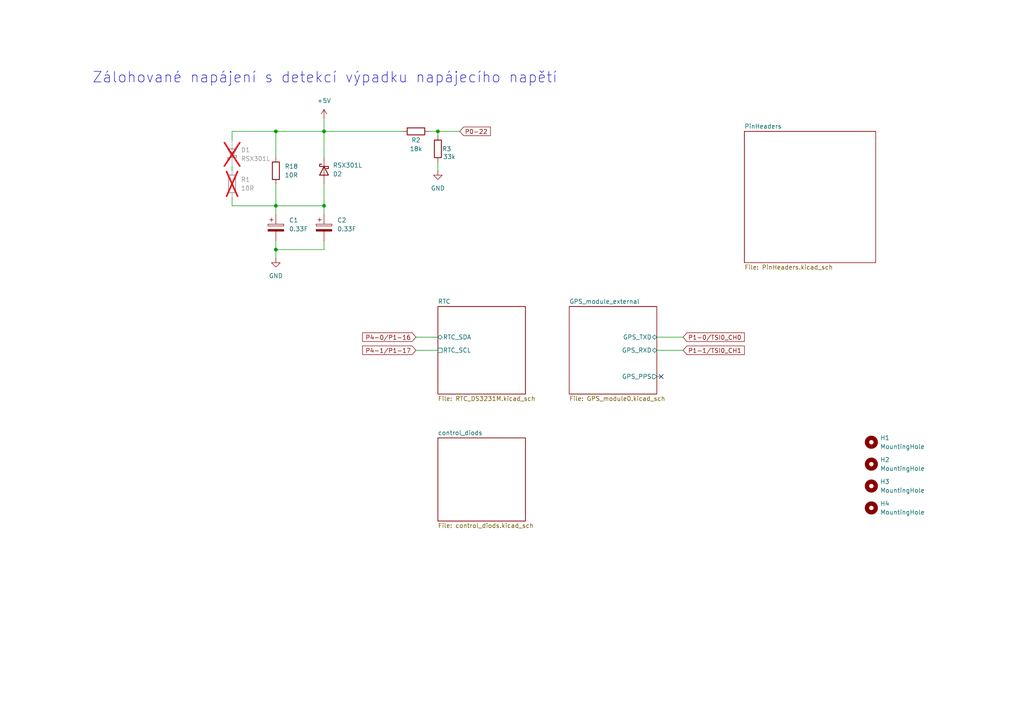
<source format=kicad_sch>
(kicad_sch
	(version 20231120)
	(generator "eeschema")
	(generator_version "8.0")
	(uuid "eb423e93-ba35-4986-b1f5-42479ae2bfa7")
	(paper "A4")
	(title_block
		(title "Data Logger Expansion Shield")
		(date "2025-02-26")
		(rev "1.2")
		(company "Tomáš Dolák")
		(comment 1 "Bakaláská práce: Digitální záznamová jednotka s prevencí ztráty dat při výpadku napájení")
		(comment 2 "Failure")
		(comment 3 "Digital Data Logger with Information Loss Prevention in Case of Power")
	)
	(lib_symbols
		(symbol "Device:R"
			(pin_numbers hide)
			(pin_names
				(offset 0)
			)
			(exclude_from_sim no)
			(in_bom yes)
			(on_board yes)
			(property "Reference" "R"
				(at 2.032 0 90)
				(effects
					(font
						(size 1.27 1.27)
					)
				)
			)
			(property "Value" "R"
				(at 0 0 90)
				(effects
					(font
						(size 1.27 1.27)
					)
				)
			)
			(property "Footprint" ""
				(at -1.778 0 90)
				(effects
					(font
						(size 1.27 1.27)
					)
					(hide yes)
				)
			)
			(property "Datasheet" "~"
				(at 0 0 0)
				(effects
					(font
						(size 1.27 1.27)
					)
					(hide yes)
				)
			)
			(property "Description" "Resistor"
				(at 0 0 0)
				(effects
					(font
						(size 1.27 1.27)
					)
					(hide yes)
				)
			)
			(property "ki_keywords" "R res resistor"
				(at 0 0 0)
				(effects
					(font
						(size 1.27 1.27)
					)
					(hide yes)
				)
			)
			(property "ki_fp_filters" "R_*"
				(at 0 0 0)
				(effects
					(font
						(size 1.27 1.27)
					)
					(hide yes)
				)
			)
			(symbol "R_0_1"
				(rectangle
					(start -1.016 -2.54)
					(end 1.016 2.54)
					(stroke
						(width 0.254)
						(type default)
					)
					(fill
						(type none)
					)
				)
			)
			(symbol "R_1_1"
				(pin passive line
					(at 0 3.81 270)
					(length 1.27)
					(name "~"
						(effects
							(font
								(size 1.27 1.27)
							)
						)
					)
					(number "1"
						(effects
							(font
								(size 1.27 1.27)
							)
						)
					)
				)
				(pin passive line
					(at 0 -3.81 90)
					(length 1.27)
					(name "~"
						(effects
							(font
								(size 1.27 1.27)
							)
						)
					)
					(number "2"
						(effects
							(font
								(size 1.27 1.27)
							)
						)
					)
				)
			)
		)
		(symbol "Diode:B120-E3"
			(pin_numbers hide)
			(pin_names hide)
			(exclude_from_sim no)
			(in_bom yes)
			(on_board yes)
			(property "Reference" "D"
				(at 0 2.54 0)
				(effects
					(font
						(size 1.27 1.27)
					)
				)
			)
			(property "Value" "B120-E3"
				(at 0 -2.54 0)
				(effects
					(font
						(size 1.27 1.27)
					)
				)
			)
			(property "Footprint" "Diode_SMD:D_SMA"
				(at 0 -4.445 0)
				(effects
					(font
						(size 1.27 1.27)
					)
					(hide yes)
				)
			)
			(property "Datasheet" "http://www.vishay.com/docs/88946/b120.pdf"
				(at 0 0 0)
				(effects
					(font
						(size 1.27 1.27)
					)
					(hide yes)
				)
			)
			(property "Description" "20V 1A Schottky Barrier Rectifier Diode, SMA(DO-214AC)"
				(at 0 0 0)
				(effects
					(font
						(size 1.27 1.27)
					)
					(hide yes)
				)
			)
			(property "ki_keywords" "diode Schottky"
				(at 0 0 0)
				(effects
					(font
						(size 1.27 1.27)
					)
					(hide yes)
				)
			)
			(property "ki_fp_filters" "D*SMA*"
				(at 0 0 0)
				(effects
					(font
						(size 1.27 1.27)
					)
					(hide yes)
				)
			)
			(symbol "B120-E3_0_1"
				(polyline
					(pts
						(xy 1.27 0) (xy -1.27 0)
					)
					(stroke
						(width 0)
						(type default)
					)
					(fill
						(type none)
					)
				)
				(polyline
					(pts
						(xy 1.27 1.27) (xy 1.27 -1.27) (xy -1.27 0) (xy 1.27 1.27)
					)
					(stroke
						(width 0.254)
						(type default)
					)
					(fill
						(type none)
					)
				)
				(polyline
					(pts
						(xy -1.905 0.635) (xy -1.905 1.27) (xy -1.27 1.27) (xy -1.27 -1.27) (xy -0.635 -1.27) (xy -0.635 -0.635)
					)
					(stroke
						(width 0.254)
						(type default)
					)
					(fill
						(type none)
					)
				)
			)
			(symbol "B120-E3_1_1"
				(pin passive line
					(at -3.81 0 0)
					(length 2.54)
					(name "K"
						(effects
							(font
								(size 1.27 1.27)
							)
						)
					)
					(number "1"
						(effects
							(font
								(size 1.27 1.27)
							)
						)
					)
				)
				(pin passive line
					(at 3.81 0 180)
					(length 2.54)
					(name "A"
						(effects
							(font
								(size 1.27 1.27)
							)
						)
					)
					(number "2"
						(effects
							(font
								(size 1.27 1.27)
							)
						)
					)
				)
			)
		)
		(symbol "Mechanical:MountingHole"
			(pin_names
				(offset 1.016)
			)
			(exclude_from_sim yes)
			(in_bom no)
			(on_board yes)
			(property "Reference" "H"
				(at 0 5.08 0)
				(effects
					(font
						(size 1.27 1.27)
					)
				)
			)
			(property "Value" "MountingHole"
				(at 0 3.175 0)
				(effects
					(font
						(size 1.27 1.27)
					)
				)
			)
			(property "Footprint" ""
				(at 0 0 0)
				(effects
					(font
						(size 1.27 1.27)
					)
					(hide yes)
				)
			)
			(property "Datasheet" "~"
				(at 0 0 0)
				(effects
					(font
						(size 1.27 1.27)
					)
					(hide yes)
				)
			)
			(property "Description" "Mounting Hole without connection"
				(at 0 0 0)
				(effects
					(font
						(size 1.27 1.27)
					)
					(hide yes)
				)
			)
			(property "ki_keywords" "mounting hole"
				(at 0 0 0)
				(effects
					(font
						(size 1.27 1.27)
					)
					(hide yes)
				)
			)
			(property "ki_fp_filters" "MountingHole*"
				(at 0 0 0)
				(effects
					(font
						(size 1.27 1.27)
					)
					(hide yes)
				)
			)
			(symbol "MountingHole_0_1"
				(circle
					(center 0 0)
					(radius 1.27)
					(stroke
						(width 1.27)
						(type default)
					)
					(fill
						(type none)
					)
				)
			)
		)
		(symbol "SuperCapacitors:SCMR14G334SRBB0"
			(pin_numbers hide)
			(pin_names
				(offset 0.254)
			)
			(exclude_from_sim no)
			(in_bom yes)
			(on_board yes)
			(property "Reference" "C"
				(at 0.635 2.54 0)
				(effects
					(font
						(size 1.27 1.27)
					)
					(justify left)
				)
			)
			(property "Value" "SCMR14G334SRBB0"
				(at 0.635 -2.54 0)
				(effects
					(font
						(size 1.27 1.27)
					)
					(justify left)
				)
			)
			(property "Footprint" "SuperCapacitors:C_Radial_D8mm_W24mm_L14mm_P13.5mm"
				(at 0.9652 -3.81 0)
				(effects
					(font
						(size 1.27 1.27)
					)
					(hide yes)
				)
			)
			(property "Datasheet" "https://cz.mouser.com/ProductDetail/581-SCMT32H755SRBB0"
				(at 0 0 0)
				(effects
					(font
						(size 1.27 1.27)
					)
					(hide yes)
				)
			)
			(property "Description" "Polarized SuperCapacitor"
				(at 0 0 0)
				(effects
					(font
						(size 1.27 1.27)
					)
					(hide yes)
				)
			)
			(property "ki_keywords" "SuperCapacitor capacitor super"
				(at 0 0 0)
				(effects
					(font
						(size 1.27 1.27)
					)
					(hide yes)
				)
			)
			(property "ki_fp_filters" "CP_*"
				(at 0 0 0)
				(effects
					(font
						(size 1.27 1.27)
					)
					(hide yes)
				)
			)
			(symbol "SCMR14G334SRBB0_0_1"
				(rectangle
					(start -2.286 0.508)
					(end 2.286 1.016)
					(stroke
						(width 0)
						(type default)
					)
					(fill
						(type none)
					)
				)
				(polyline
					(pts
						(xy -1.778 2.286) (xy -0.762 2.286)
					)
					(stroke
						(width 0)
						(type default)
					)
					(fill
						(type none)
					)
				)
				(polyline
					(pts
						(xy -1.27 2.794) (xy -1.27 1.778)
					)
					(stroke
						(width 0)
						(type default)
					)
					(fill
						(type none)
					)
				)
				(rectangle
					(start 2.286 -0.508)
					(end -2.286 -1.016)
					(stroke
						(width 0)
						(type default)
					)
					(fill
						(type outline)
					)
				)
			)
			(symbol "SCMR14G334SRBB0_1_1"
				(pin passive line
					(at 0 3.81 270)
					(length 2.794)
					(name "~"
						(effects
							(font
								(size 1.27 1.27)
							)
						)
					)
					(number "1"
						(effects
							(font
								(size 1.27 1.27)
							)
						)
					)
				)
				(pin passive line
					(at 0 -3.81 90)
					(length 2.794)
					(name "~"
						(effects
							(font
								(size 1.27 1.27)
							)
						)
					)
					(number "2"
						(effects
							(font
								(size 1.27 1.27)
							)
						)
					)
				)
			)
		)
		(symbol "power:+5V"
			(power)
			(pin_numbers hide)
			(pin_names
				(offset 0) hide)
			(exclude_from_sim no)
			(in_bom yes)
			(on_board yes)
			(property "Reference" "#PWR"
				(at 0 -3.81 0)
				(effects
					(font
						(size 1.27 1.27)
					)
					(hide yes)
				)
			)
			(property "Value" "+5V"
				(at 0 3.556 0)
				(effects
					(font
						(size 1.27 1.27)
					)
				)
			)
			(property "Footprint" ""
				(at 0 0 0)
				(effects
					(font
						(size 1.27 1.27)
					)
					(hide yes)
				)
			)
			(property "Datasheet" ""
				(at 0 0 0)
				(effects
					(font
						(size 1.27 1.27)
					)
					(hide yes)
				)
			)
			(property "Description" "Power symbol creates a global label with name \"+5V\""
				(at 0 0 0)
				(effects
					(font
						(size 1.27 1.27)
					)
					(hide yes)
				)
			)
			(property "ki_keywords" "global power"
				(at 0 0 0)
				(effects
					(font
						(size 1.27 1.27)
					)
					(hide yes)
				)
			)
			(symbol "+5V_0_1"
				(polyline
					(pts
						(xy -0.762 1.27) (xy 0 2.54)
					)
					(stroke
						(width 0)
						(type default)
					)
					(fill
						(type none)
					)
				)
				(polyline
					(pts
						(xy 0 0) (xy 0 2.54)
					)
					(stroke
						(width 0)
						(type default)
					)
					(fill
						(type none)
					)
				)
				(polyline
					(pts
						(xy 0 2.54) (xy 0.762 1.27)
					)
					(stroke
						(width 0)
						(type default)
					)
					(fill
						(type none)
					)
				)
			)
			(symbol "+5V_1_1"
				(pin power_in line
					(at 0 0 90)
					(length 0)
					(name "~"
						(effects
							(font
								(size 1.27 1.27)
							)
						)
					)
					(number "1"
						(effects
							(font
								(size 1.27 1.27)
							)
						)
					)
				)
			)
		)
		(symbol "power:GND"
			(power)
			(pin_numbers hide)
			(pin_names
				(offset 0) hide)
			(exclude_from_sim no)
			(in_bom yes)
			(on_board yes)
			(property "Reference" "#PWR"
				(at 0 -6.35 0)
				(effects
					(font
						(size 1.27 1.27)
					)
					(hide yes)
				)
			)
			(property "Value" "GND"
				(at 0 -3.81 0)
				(effects
					(font
						(size 1.27 1.27)
					)
				)
			)
			(property "Footprint" ""
				(at 0 0 0)
				(effects
					(font
						(size 1.27 1.27)
					)
					(hide yes)
				)
			)
			(property "Datasheet" ""
				(at 0 0 0)
				(effects
					(font
						(size 1.27 1.27)
					)
					(hide yes)
				)
			)
			(property "Description" "Power symbol creates a global label with name \"GND\" , ground"
				(at 0 0 0)
				(effects
					(font
						(size 1.27 1.27)
					)
					(hide yes)
				)
			)
			(property "ki_keywords" "global power"
				(at 0 0 0)
				(effects
					(font
						(size 1.27 1.27)
					)
					(hide yes)
				)
			)
			(symbol "GND_0_1"
				(polyline
					(pts
						(xy 0 0) (xy 0 -1.27) (xy 1.27 -1.27) (xy 0 -2.54) (xy -1.27 -1.27) (xy 0 -1.27)
					)
					(stroke
						(width 0)
						(type default)
					)
					(fill
						(type none)
					)
				)
			)
			(symbol "GND_1_1"
				(pin power_in line
					(at 0 0 270)
					(length 0)
					(name "~"
						(effects
							(font
								(size 1.27 1.27)
							)
						)
					)
					(number "1"
						(effects
							(font
								(size 1.27 1.27)
							)
						)
					)
				)
			)
		)
	)
	(junction
		(at 80.01 72.39)
		(diameter 0)
		(color 0 0 0 0)
		(uuid "277be626-4bb7-4b10-9fba-55b651288262")
	)
	(junction
		(at 93.98 38.1)
		(diameter 0)
		(color 0 0 0 0)
		(uuid "818678f9-7c4c-4bd0-8f63-e1f409c4102a")
	)
	(junction
		(at 93.98 59.69)
		(diameter 0)
		(color 0 0 0 0)
		(uuid "b2e0459c-863e-4e32-bac7-4506a89e9435")
	)
	(junction
		(at 80.01 59.69)
		(diameter 0)
		(color 0 0 0 0)
		(uuid "bcc8b780-361d-4591-9a6d-121ffa0824f2")
	)
	(junction
		(at 80.01 38.1)
		(diameter 0)
		(color 0 0 0 0)
		(uuid "caf8365f-e30b-4d04-96c3-2bf361196ff8")
	)
	(junction
		(at 127 38.1)
		(diameter 0)
		(color 0 0 0 0)
		(uuid "e50506c3-9b1a-409f-aacd-d5aaf83e1ff6")
	)
	(no_connect
		(at 191.77 109.22)
		(uuid "4f457607-720c-4587-853c-e65f662498b5")
	)
	(wire
		(pts
			(xy 80.01 72.39) (xy 80.01 74.93)
		)
		(stroke
			(width 0)
			(type default)
		)
		(uuid "02ea84ba-7d81-4edd-87ab-343bf2dc2969")
	)
	(wire
		(pts
			(xy 127 46.99) (xy 127 49.53)
		)
		(stroke
			(width 0)
			(type default)
		)
		(uuid "18c7ccf8-0400-4fbd-b654-0dc71bd471eb")
	)
	(wire
		(pts
			(xy 127 38.1) (xy 133.35 38.1)
		)
		(stroke
			(width 0)
			(type default)
		)
		(uuid "1ffea8c0-acdd-4e46-959d-59ca6778b90d")
	)
	(wire
		(pts
			(xy 190.5 109.22) (xy 191.77 109.22)
		)
		(stroke
			(width 0)
			(type default)
		)
		(uuid "2208a395-42b3-45ef-8cc2-3ce82134b97d")
	)
	(wire
		(pts
			(xy 80.01 53.34) (xy 80.01 59.69)
		)
		(stroke
			(width 0)
			(type default)
		)
		(uuid "22f834a7-9624-4028-92da-2a7a37b55b5b")
	)
	(wire
		(pts
			(xy 80.01 72.39) (xy 80.01 69.85)
		)
		(stroke
			(width 0)
			(type default)
		)
		(uuid "258f60d8-3a6d-442a-968b-630de85cff44")
	)
	(wire
		(pts
			(xy 93.98 62.23) (xy 93.98 59.69)
		)
		(stroke
			(width 0)
			(type default)
		)
		(uuid "2679feca-1746-4113-b5c6-ce6733cd69fa")
	)
	(wire
		(pts
			(xy 67.31 38.1) (xy 80.01 38.1)
		)
		(stroke
			(width 0)
			(type default)
		)
		(uuid "328abec2-a9c0-45ac-ae1d-d77a51e010d4")
	)
	(wire
		(pts
			(xy 127 38.1) (xy 127 39.37)
		)
		(stroke
			(width 0)
			(type default)
		)
		(uuid "434a3a4d-d1d6-48bd-9055-550d521c0a2c")
	)
	(wire
		(pts
			(xy 93.98 38.1) (xy 93.98 45.72)
		)
		(stroke
			(width 0)
			(type default)
		)
		(uuid "4a2adf80-43e0-4579-8128-a4532bb7a1a4")
	)
	(wire
		(pts
			(xy 93.98 34.29) (xy 93.98 38.1)
		)
		(stroke
			(width 0)
			(type default)
		)
		(uuid "5848a6e8-2f8c-4b33-b66e-c9bd484d96e0")
	)
	(wire
		(pts
			(xy 67.31 40.64) (xy 67.31 38.1)
		)
		(stroke
			(width 0)
			(type default)
		)
		(uuid "628924b1-78ea-4db8-b0bf-af75a60ab2f8")
	)
	(wire
		(pts
			(xy 80.01 62.23) (xy 80.01 59.69)
		)
		(stroke
			(width 0)
			(type default)
		)
		(uuid "781b4719-2959-4104-a844-054e3c2d8fb5")
	)
	(wire
		(pts
			(xy 80.01 38.1) (xy 93.98 38.1)
		)
		(stroke
			(width 0)
			(type default)
		)
		(uuid "795b1652-583e-4146-946e-61ac8ab2b2a5")
	)
	(wire
		(pts
			(xy 190.5 101.6) (xy 198.12 101.6)
		)
		(stroke
			(width 0)
			(type default)
		)
		(uuid "7a55b4c7-6b7b-4c05-ab88-ed4ab7f1e4e1")
	)
	(wire
		(pts
			(xy 80.01 45.72) (xy 80.01 38.1)
		)
		(stroke
			(width 0)
			(type default)
		)
		(uuid "8e484e5e-a681-4650-a1a1-f479a982f451")
	)
	(wire
		(pts
			(xy 190.5 97.79) (xy 198.12 97.79)
		)
		(stroke
			(width 0)
			(type default)
		)
		(uuid "8e9ed283-ebb5-48a3-bf12-51d54e01f74e")
	)
	(wire
		(pts
			(xy 120.65 101.6) (xy 127 101.6)
		)
		(stroke
			(width 0)
			(type default)
		)
		(uuid "99463350-e241-4dfd-8950-67e9dd78a8ec")
	)
	(wire
		(pts
			(xy 67.31 59.69) (xy 67.31 57.15)
		)
		(stroke
			(width 0)
			(type default)
		)
		(uuid "abe3272b-8ef7-46a9-8bb3-28844570f950")
	)
	(wire
		(pts
			(xy 93.98 72.39) (xy 93.98 69.85)
		)
		(stroke
			(width 0)
			(type default)
		)
		(uuid "b9869da9-c700-4eda-bbbe-43df53f78e00")
	)
	(wire
		(pts
			(xy 93.98 59.69) (xy 80.01 59.69)
		)
		(stroke
			(width 0)
			(type default)
		)
		(uuid "c3b13d46-904a-4ac9-940f-6a0ea31a5e93")
	)
	(wire
		(pts
			(xy 67.31 48.26) (xy 67.31 49.53)
		)
		(stroke
			(width 0)
			(type default)
		)
		(uuid "cba04bf9-0f77-458c-90c9-0646807937dd")
	)
	(wire
		(pts
			(xy 80.01 72.39) (xy 93.98 72.39)
		)
		(stroke
			(width 0)
			(type default)
		)
		(uuid "d5c6f479-7cf9-467e-a2d2-30414b961c21")
	)
	(wire
		(pts
			(xy 93.98 38.1) (xy 116.84 38.1)
		)
		(stroke
			(width 0)
			(type default)
		)
		(uuid "e2df7d72-d06c-4a2e-85a7-ca58fd4047c6")
	)
	(wire
		(pts
			(xy 124.46 38.1) (xy 127 38.1)
		)
		(stroke
			(width 0)
			(type default)
		)
		(uuid "e9dac8c2-f61e-4d72-aa94-25523e9bd06c")
	)
	(wire
		(pts
			(xy 67.31 59.69) (xy 80.01 59.69)
		)
		(stroke
			(width 0)
			(type default)
		)
		(uuid "f4eff3e7-4345-4d8c-ac2f-4ea8b4b27f39")
	)
	(wire
		(pts
			(xy 120.65 97.79) (xy 127 97.79)
		)
		(stroke
			(width 0)
			(type default)
		)
		(uuid "f98bffc4-90fe-47a3-919c-a7d685277edd")
	)
	(wire
		(pts
			(xy 93.98 53.34) (xy 93.98 59.69)
		)
		(stroke
			(width 0)
			(type default)
		)
		(uuid "fa54d579-747d-4376-8828-9985dd6eead9")
	)
	(text "Zálohované napájení s detekcí výpadku napájecího napětí"
		(exclude_from_sim no)
		(at 94.234 22.606 0)
		(effects
			(font
				(size 3.048 3.048)
			)
		)
		(uuid "13fff686-2cde-4f8f-9f24-8d0aa95dcc56")
	)
	(global_label "P1-0{slash}TSI0_CH0"
		(shape input)
		(at 198.12 97.79 0)
		(fields_autoplaced yes)
		(effects
			(font
				(size 1.27 1.27)
			)
			(justify left)
		)
		(uuid "320a3d8b-48d2-44a8-8875-d92a4d2df1a2")
		(property "Intersheetrefs" "${INTERSHEET_REFS}"
			(at 216.4661 97.79 0)
			(effects
				(font
					(size 1.27 1.27)
				)
				(justify left)
				(hide yes)
			)
		)
	)
	(global_label "P0-22"
		(shape input)
		(at 133.35 38.1 0)
		(fields_autoplaced yes)
		(effects
			(font
				(size 1.27 1.27)
			)
			(justify left)
		)
		(uuid "75288c3e-ed88-456d-a7d6-7fe9fd413b54")
		(property "Intersheetrefs" "${INTERSHEET_REFS}"
			(at 142.8061 38.1 0)
			(effects
				(font
					(size 1.27 1.27)
				)
				(justify left)
				(hide yes)
			)
		)
	)
	(global_label "P4-1{slash}P1-17"
		(shape input)
		(at 120.65 101.6 180)
		(fields_autoplaced yes)
		(effects
			(font
				(size 1.27 1.27)
			)
			(justify right)
		)
		(uuid "8483da0c-28a6-4edb-b8c5-1524fe4ae67d")
		(property "Intersheetrefs" "${INTERSHEET_REFS}"
			(at 99.2197 101.6 0)
			(effects
				(font
					(size 1.27 1.27)
				)
				(justify right)
				(hide yes)
			)
		)
	)
	(global_label "P4-0{slash}P1-16"
		(shape input)
		(at 120.65 97.79 180)
		(fields_autoplaced yes)
		(effects
			(font
				(size 1.27 1.27)
			)
			(justify right)
		)
		(uuid "892f500e-4dec-4c46-9176-46fe5bcac6de")
		(property "Intersheetrefs" "${INTERSHEET_REFS}"
			(at 99.2197 97.79 0)
			(effects
				(font
					(size 1.27 1.27)
				)
				(justify right)
				(hide yes)
			)
		)
	)
	(global_label "P1-1{slash}TSI0_CH1"
		(shape input)
		(at 198.12 101.6 0)
		(fields_autoplaced yes)
		(effects
			(font
				(size 1.27 1.27)
			)
			(justify left)
		)
		(uuid "f03e1c25-690f-446d-b610-a97353465e75")
		(property "Intersheetrefs" "${INTERSHEET_REFS}"
			(at 216.4661 101.6 0)
			(effects
				(font
					(size 1.27 1.27)
				)
				(justify left)
				(hide yes)
			)
		)
	)
	(symbol
		(lib_id "Device:R")
		(at 67.31 53.34 0)
		(unit 1)
		(exclude_from_sim no)
		(in_bom yes)
		(on_board yes)
		(dnp yes)
		(uuid "1a0be37e-cdb6-4736-bec0-a079e618d97e")
		(property "Reference" "R1"
			(at 69.85 52.0699 0)
			(effects
				(font
					(size 1.27 1.27)
				)
				(justify left)
			)
		)
		(property "Value" "10R"
			(at 69.85 54.6099 0)
			(effects
				(font
					(size 1.27 1.27)
				)
				(justify left)
			)
		)
		(property "Footprint" "Resistor_THT:R_Axial_DIN0204_L3.6mm_D1.6mm_P5.08mm_Horizontal"
			(at 65.532 53.34 90)
			(effects
				(font
					(size 1.27 1.27)
				)
				(hide yes)
			)
		)
		(property "Datasheet" "~"
			(at 67.31 53.34 0)
			(effects
				(font
					(size 1.27 1.27)
				)
				(hide yes)
			)
		)
		(property "Description" "Resistor"
			(at 67.31 53.34 0)
			(effects
				(font
					(size 1.27 1.27)
				)
				(hide yes)
			)
		)
		(pin "2"
			(uuid "442b84b3-adc3-49a6-801c-b226b828f8ce")
		)
		(pin "1"
			(uuid "24dbed6d-5086-4afe-860d-010f23a2a23a")
		)
		(instances
			(project "usb_c_extension_shield"
				(path "/eb423e93-ba35-4986-b1f5-42479ae2bfa7"
					(reference "R1")
					(unit 1)
				)
			)
		)
	)
	(symbol
		(lib_id "Device:R")
		(at 127 43.18 180)
		(unit 1)
		(exclude_from_sim no)
		(in_bom yes)
		(on_board yes)
		(dnp no)
		(uuid "2f593e4d-4a75-46a2-bf8a-bcd99a448441")
		(property "Reference" "R3"
			(at 129.54 43.18 0)
			(effects
				(font
					(size 1.27 1.27)
				)
			)
		)
		(property "Value" "33k"
			(at 130.302 45.466 0)
			(effects
				(font
					(size 1.27 1.27)
				)
			)
		)
		(property "Footprint" "Resistor_SMD:R_1206_3216Metric_Pad1.30x1.75mm_HandSolder"
			(at 128.778 43.18 90)
			(effects
				(font
					(size 1.27 1.27)
				)
				(hide yes)
			)
		)
		(property "Datasheet" "~"
			(at 127 43.18 0)
			(effects
				(font
					(size 1.27 1.27)
				)
				(hide yes)
			)
		)
		(property "Description" "Resistor"
			(at 127 43.18 0)
			(effects
				(font
					(size 1.27 1.27)
				)
				(hide yes)
			)
		)
		(pin "2"
			(uuid "21f9cd2b-7165-4a3c-b296-53e6853ef523")
		)
		(pin "1"
			(uuid "fd7a43e9-4647-4dcf-97a8-9f99c466145c")
		)
		(instances
			(project "usb_c_extension_shield"
				(path "/eb423e93-ba35-4986-b1f5-42479ae2bfa7"
					(reference "R3")
					(unit 1)
				)
			)
		)
	)
	(symbol
		(lib_id "Mechanical:MountingHole")
		(at 252.73 147.32 0)
		(unit 1)
		(exclude_from_sim yes)
		(in_bom no)
		(on_board yes)
		(dnp no)
		(fields_autoplaced yes)
		(uuid "3b59de42-731e-4799-9296-5572d63c63c3")
		(property "Reference" "H4"
			(at 255.27 146.0499 0)
			(effects
				(font
					(size 1.27 1.27)
				)
				(justify left)
			)
		)
		(property "Value" "MountingHole"
			(at 255.27 148.5899 0)
			(effects
				(font
					(size 1.27 1.27)
				)
				(justify left)
			)
		)
		(property "Footprint" "MountingHole:MountingHole_3.2mm_M3"
			(at 252.73 147.32 0)
			(effects
				(font
					(size 1.27 1.27)
				)
				(hide yes)
			)
		)
		(property "Datasheet" "~"
			(at 252.73 147.32 0)
			(effects
				(font
					(size 1.27 1.27)
				)
				(hide yes)
			)
		)
		(property "Description" "Mounting Hole without connection"
			(at 252.73 147.32 0)
			(effects
				(font
					(size 1.27 1.27)
				)
				(hide yes)
			)
		)
		(instances
			(project "extension_shield"
				(path "/eb423e93-ba35-4986-b1f5-42479ae2bfa7"
					(reference "H4")
					(unit 1)
				)
			)
		)
	)
	(symbol
		(lib_id "Diode:B120-E3")
		(at 67.31 44.45 90)
		(unit 1)
		(exclude_from_sim no)
		(in_bom yes)
		(on_board yes)
		(dnp yes)
		(uuid "3bfefaeb-2e64-4367-82e5-31395f2d43c2")
		(property "Reference" "D1"
			(at 69.85 43.4974 90)
			(effects
				(font
					(size 1.27 1.27)
				)
				(justify right)
			)
		)
		(property "Value" "RSX301L"
			(at 69.85 46.0374 90)
			(effects
				(font
					(size 1.27 1.27)
				)
				(justify right)
			)
		)
		(property "Footprint" "Diode_SMD:D_SMA"
			(at 71.755 44.45 0)
			(effects
				(font
					(size 1.27 1.27)
				)
				(hide yes)
			)
		)
		(property "Datasheet" "https://fscdn.rohm.com/en/products/databook/datasheet/discrete/diode/schottky_barrier/rsx301l-30ddte25-e.pdf"
			(at 67.31 44.45 0)
			(effects
				(font
					(size 1.27 1.27)
				)
				(hide yes)
			)
		)
		(property "Description" "Schottky Diodes & Rectifiers 30V 3A, Single, DO-214AC, Highly Efficient SBD for Automotive"
			(at 67.31 44.45 0)
			(effects
				(font
					(size 1.27 1.27)
				)
				(hide yes)
			)
		)
		(pin "1"
			(uuid "14352d54-47aa-4121-bb39-045cafe309fd")
		)
		(pin "2"
			(uuid "1293421a-912f-40d2-aaa3-524a3617bb06")
		)
		(instances
			(project "usb_c_extension_shield"
				(path "/eb423e93-ba35-4986-b1f5-42479ae2bfa7"
					(reference "D1")
					(unit 1)
				)
			)
		)
	)
	(symbol
		(lib_id "power:GND")
		(at 127 49.53 0)
		(unit 1)
		(exclude_from_sim no)
		(in_bom yes)
		(on_board yes)
		(dnp no)
		(fields_autoplaced yes)
		(uuid "4dc7b3ff-87b0-42a3-9ddb-e59c36e44673")
		(property "Reference" "#PWR013"
			(at 127 55.88 0)
			(effects
				(font
					(size 1.27 1.27)
				)
				(hide yes)
			)
		)
		(property "Value" "GND"
			(at 127 54.61 0)
			(effects
				(font
					(size 1.27 1.27)
				)
			)
		)
		(property "Footprint" ""
			(at 127 49.53 0)
			(effects
				(font
					(size 1.27 1.27)
				)
				(hide yes)
			)
		)
		(property "Datasheet" ""
			(at 127 49.53 0)
			(effects
				(font
					(size 1.27 1.27)
				)
				(hide yes)
			)
		)
		(property "Description" "Power symbol creates a global label with name \"GND\" , ground"
			(at 127 49.53 0)
			(effects
				(font
					(size 1.27 1.27)
				)
				(hide yes)
			)
		)
		(pin "1"
			(uuid "603b77b4-6855-4318-aefb-5a65f08502ff")
		)
		(instances
			(project "usb_c_extension_shield"
				(path "/eb423e93-ba35-4986-b1f5-42479ae2bfa7"
					(reference "#PWR013")
					(unit 1)
				)
			)
		)
	)
	(symbol
		(lib_id "SuperCapacitors:SCMR14G334SRBB0")
		(at 80.01 66.04 0)
		(unit 1)
		(exclude_from_sim no)
		(in_bom yes)
		(on_board yes)
		(dnp no)
		(fields_autoplaced yes)
		(uuid "96c943fc-72dc-4f8c-a8fd-c46033c248e9")
		(property "Reference" "C1"
			(at 83.82 63.8809 0)
			(effects
				(font
					(size 1.27 1.27)
				)
				(justify left)
			)
		)
		(property "Value" "0.33F"
			(at 83.82 66.4209 0)
			(effects
				(font
					(size 1.27 1.27)
				)
				(justify left)
			)
		)
		(property "Footprint" "SuperCapacitors:C_Radial_D8mm_W24mm_L14mm_P13.5mm"
			(at 80.9752 69.85 0)
			(effects
				(font
					(size 1.27 1.27)
				)
				(hide yes)
			)
		)
		(property "Datasheet" "https://cz.mouser.com/ProductDetail/581-SCMT32H755SRBB0"
			(at 80.01 66.04 0)
			(effects
				(font
					(size 1.27 1.27)
				)
				(hide yes)
			)
		)
		(property "Description" "Polarized SuperCapacitor"
			(at 80.01 66.04 0)
			(effects
				(font
					(size 1.27 1.27)
				)
				(hide yes)
			)
		)
		(pin "1"
			(uuid "e7991abf-41ee-4836-9e40-aca56cd5ec22")
		)
		(pin "2"
			(uuid "716cfb96-a4da-4838-8698-031794371f75")
		)
		(instances
			(project "extension_shield"
				(path "/eb423e93-ba35-4986-b1f5-42479ae2bfa7"
					(reference "C1")
					(unit 1)
				)
			)
		)
	)
	(symbol
		(lib_id "power:+5V")
		(at 93.98 34.29 0)
		(unit 1)
		(exclude_from_sim no)
		(in_bom yes)
		(on_board yes)
		(dnp no)
		(fields_autoplaced yes)
		(uuid "a11c540a-7404-4373-beaf-055236c08db1")
		(property "Reference" "#PWR039"
			(at 93.98 38.1 0)
			(effects
				(font
					(size 1.27 1.27)
				)
				(hide yes)
			)
		)
		(property "Value" "+5V"
			(at 93.98 29.21 0)
			(effects
				(font
					(size 1.27 1.27)
				)
			)
		)
		(property "Footprint" ""
			(at 93.98 34.29 0)
			(effects
				(font
					(size 1.27 1.27)
				)
				(hide yes)
			)
		)
		(property "Datasheet" ""
			(at 93.98 34.29 0)
			(effects
				(font
					(size 1.27 1.27)
				)
				(hide yes)
			)
		)
		(property "Description" "Power symbol creates a global label with name \"+5V\""
			(at 93.98 34.29 0)
			(effects
				(font
					(size 1.27 1.27)
				)
				(hide yes)
			)
		)
		(pin "1"
			(uuid "37abc439-60ec-4ac7-a247-863d89d3c12e")
		)
		(instances
			(project "extension_shield"
				(path "/eb423e93-ba35-4986-b1f5-42479ae2bfa7"
					(reference "#PWR039")
					(unit 1)
				)
			)
		)
	)
	(symbol
		(lib_id "Diode:B120-E3")
		(at 93.98 49.53 90)
		(mirror x)
		(unit 1)
		(exclude_from_sim no)
		(in_bom yes)
		(on_board yes)
		(dnp no)
		(uuid "bdfd0820-9294-423e-95eb-71cd362c4b1d")
		(property "Reference" "D2"
			(at 96.52 50.4826 90)
			(effects
				(font
					(size 1.27 1.27)
				)
				(justify right)
			)
		)
		(property "Value" "RSX301L"
			(at 96.52 47.9426 90)
			(effects
				(font
					(size 1.27 1.27)
				)
				(justify right)
			)
		)
		(property "Footprint" "Diode_SMD:D_SMA"
			(at 98.425 49.53 0)
			(effects
				(font
					(size 1.27 1.27)
				)
				(hide yes)
			)
		)
		(property "Datasheet" "https://fscdn.rohm.com/en/products/databook/datasheet/discrete/diode/schottky_barrier/rsx301l-30ddte25-e.pdf"
			(at 93.98 49.53 0)
			(effects
				(font
					(size 1.27 1.27)
				)
				(hide yes)
			)
		)
		(property "Description" "Schottky Diodes & Rectifiers 30V 3A, Single, DO-214AC, Highly Efficient SBD for Automotive"
			(at 93.98 49.53 0)
			(effects
				(font
					(size 1.27 1.27)
				)
				(hide yes)
			)
		)
		(pin "1"
			(uuid "12c874af-f195-491a-8ac3-a2b2016bc3e6")
		)
		(pin "2"
			(uuid "7587903e-67f3-4622-9df1-810d7bd96095")
		)
		(instances
			(project "usb_c_extension_shield"
				(path "/eb423e93-ba35-4986-b1f5-42479ae2bfa7"
					(reference "D2")
					(unit 1)
				)
			)
		)
	)
	(symbol
		(lib_id "Mechanical:MountingHole")
		(at 252.73 140.97 0)
		(unit 1)
		(exclude_from_sim yes)
		(in_bom no)
		(on_board yes)
		(dnp no)
		(fields_autoplaced yes)
		(uuid "ce7a7302-7569-42b1-b41e-32e74d92c09f")
		(property "Reference" "H3"
			(at 255.27 139.6999 0)
			(effects
				(font
					(size 1.27 1.27)
				)
				(justify left)
			)
		)
		(property "Value" "MountingHole"
			(at 255.27 142.2399 0)
			(effects
				(font
					(size 1.27 1.27)
				)
				(justify left)
			)
		)
		(property "Footprint" "MountingHole:MountingHole_3.2mm_M3"
			(at 252.73 140.97 0)
			(effects
				(font
					(size 1.27 1.27)
				)
				(hide yes)
			)
		)
		(property "Datasheet" "~"
			(at 252.73 140.97 0)
			(effects
				(font
					(size 1.27 1.27)
				)
				(hide yes)
			)
		)
		(property "Description" "Mounting Hole without connection"
			(at 252.73 140.97 0)
			(effects
				(font
					(size 1.27 1.27)
				)
				(hide yes)
			)
		)
		(instances
			(project "extension_shield"
				(path "/eb423e93-ba35-4986-b1f5-42479ae2bfa7"
					(reference "H3")
					(unit 1)
				)
			)
		)
	)
	(symbol
		(lib_id "SuperCapacitors:SCMR14G334SRBB0")
		(at 93.98 66.04 0)
		(unit 1)
		(exclude_from_sim no)
		(in_bom yes)
		(on_board yes)
		(dnp no)
		(fields_autoplaced yes)
		(uuid "d08605e2-27da-4a07-8de6-09501bc9e1d3")
		(property "Reference" "C2"
			(at 97.79 63.8809 0)
			(effects
				(font
					(size 1.27 1.27)
				)
				(justify left)
			)
		)
		(property "Value" "0.33F"
			(at 97.79 66.4209 0)
			(effects
				(font
					(size 1.27 1.27)
				)
				(justify left)
			)
		)
		(property "Footprint" "SuperCapacitors:C_Radial_D8mm_W24mm_L14mm_P13.5mm"
			(at 94.9452 69.85 0)
			(effects
				(font
					(size 1.27 1.27)
				)
				(hide yes)
			)
		)
		(property "Datasheet" "https://cz.mouser.com/ProductDetail/581-SCMT32H755SRBB0"
			(at 93.98 66.04 0)
			(effects
				(font
					(size 1.27 1.27)
				)
				(hide yes)
			)
		)
		(property "Description" "Polarized SuperCapacitor"
			(at 93.98 66.04 0)
			(effects
				(font
					(size 1.27 1.27)
				)
				(hide yes)
			)
		)
		(pin "1"
			(uuid "79c80a86-950c-4d15-8eb6-9691c7f3651d")
		)
		(pin "2"
			(uuid "3e37c371-a2bf-47c9-8139-3c1fd1e49f79")
		)
		(instances
			(project "extension_shield"
				(path "/eb423e93-ba35-4986-b1f5-42479ae2bfa7"
					(reference "C2")
					(unit 1)
				)
			)
		)
	)
	(symbol
		(lib_id "Mechanical:MountingHole")
		(at 252.73 128.27 0)
		(unit 1)
		(exclude_from_sim yes)
		(in_bom no)
		(on_board yes)
		(dnp no)
		(fields_autoplaced yes)
		(uuid "da022d30-0722-45de-8e1a-63a0dc4c7d80")
		(property "Reference" "H1"
			(at 255.27 126.9999 0)
			(effects
				(font
					(size 1.27 1.27)
				)
				(justify left)
			)
		)
		(property "Value" "MountingHole"
			(at 255.27 129.5399 0)
			(effects
				(font
					(size 1.27 1.27)
				)
				(justify left)
			)
		)
		(property "Footprint" "MountingHole:MountingHole_3.2mm_M3"
			(at 252.73 128.27 0)
			(effects
				(font
					(size 1.27 1.27)
				)
				(hide yes)
			)
		)
		(property "Datasheet" "~"
			(at 252.73 128.27 0)
			(effects
				(font
					(size 1.27 1.27)
				)
				(hide yes)
			)
		)
		(property "Description" "Mounting Hole without connection"
			(at 252.73 128.27 0)
			(effects
				(font
					(size 1.27 1.27)
				)
				(hide yes)
			)
		)
		(instances
			(project ""
				(path "/eb423e93-ba35-4986-b1f5-42479ae2bfa7"
					(reference "H1")
					(unit 1)
				)
			)
		)
	)
	(symbol
		(lib_id "power:GND")
		(at 80.01 74.93 0)
		(unit 1)
		(exclude_from_sim no)
		(in_bom yes)
		(on_board yes)
		(dnp no)
		(fields_autoplaced yes)
		(uuid "dc9d0c21-1a42-4734-9b3b-4a55f45b562f")
		(property "Reference" "#PWR01"
			(at 80.01 81.28 0)
			(effects
				(font
					(size 1.27 1.27)
				)
				(hide yes)
			)
		)
		(property "Value" "GND"
			(at 80.01 80.01 0)
			(effects
				(font
					(size 1.27 1.27)
				)
			)
		)
		(property "Footprint" ""
			(at 80.01 74.93 0)
			(effects
				(font
					(size 1.27 1.27)
				)
				(hide yes)
			)
		)
		(property "Datasheet" ""
			(at 80.01 74.93 0)
			(effects
				(font
					(size 1.27 1.27)
				)
				(hide yes)
			)
		)
		(property "Description" "Power symbol creates a global label with name \"GND\" , ground"
			(at 80.01 74.93 0)
			(effects
				(font
					(size 1.27 1.27)
				)
				(hide yes)
			)
		)
		(pin "1"
			(uuid "114a997a-ebc8-4a47-b388-9f2850a23c61")
		)
		(instances
			(project "usb_c_extension_shield"
				(path "/eb423e93-ba35-4986-b1f5-42479ae2bfa7"
					(reference "#PWR01")
					(unit 1)
				)
			)
		)
	)
	(symbol
		(lib_id "Mechanical:MountingHole")
		(at 252.73 134.62 0)
		(unit 1)
		(exclude_from_sim yes)
		(in_bom no)
		(on_board yes)
		(dnp no)
		(fields_autoplaced yes)
		(uuid "df317057-0581-4585-a29d-24c3589d2c0e")
		(property "Reference" "H2"
			(at 255.27 133.3499 0)
			(effects
				(font
					(size 1.27 1.27)
				)
				(justify left)
			)
		)
		(property "Value" "MountingHole"
			(at 255.27 135.8899 0)
			(effects
				(font
					(size 1.27 1.27)
				)
				(justify left)
			)
		)
		(property "Footprint" "MountingHole:MountingHole_3.2mm_M3"
			(at 252.73 134.62 0)
			(effects
				(font
					(size 1.27 1.27)
				)
				(hide yes)
			)
		)
		(property "Datasheet" "~"
			(at 252.73 134.62 0)
			(effects
				(font
					(size 1.27 1.27)
				)
				(hide yes)
			)
		)
		(property "Description" "Mounting Hole without connection"
			(at 252.73 134.62 0)
			(effects
				(font
					(size 1.27 1.27)
				)
				(hide yes)
			)
		)
		(instances
			(project "extension_shield"
				(path "/eb423e93-ba35-4986-b1f5-42479ae2bfa7"
					(reference "H2")
					(unit 1)
				)
			)
		)
	)
	(symbol
		(lib_id "Device:R")
		(at 120.65 38.1 90)
		(unit 1)
		(exclude_from_sim no)
		(in_bom yes)
		(on_board yes)
		(dnp no)
		(uuid "e60ed6b5-9658-4400-9532-fcc6e494de67")
		(property "Reference" "R2"
			(at 120.65 40.64 90)
			(effects
				(font
					(size 1.27 1.27)
				)
			)
		)
		(property "Value" "18k"
			(at 120.65 43.18 90)
			(effects
				(font
					(size 1.27 1.27)
				)
			)
		)
		(property "Footprint" "Resistor_SMD:R_1206_3216Metric_Pad1.30x1.75mm_HandSolder"
			(at 120.65 39.878 90)
			(effects
				(font
					(size 1.27 1.27)
				)
				(hide yes)
			)
		)
		(property "Datasheet" "~"
			(at 120.65 38.1 0)
			(effects
				(font
					(size 1.27 1.27)
				)
				(hide yes)
			)
		)
		(property "Description" "Resistor"
			(at 120.65 38.1 0)
			(effects
				(font
					(size 1.27 1.27)
				)
				(hide yes)
			)
		)
		(pin "2"
			(uuid "2693b471-cbc9-4c01-a4a9-5d2eeea2d66d")
		)
		(pin "1"
			(uuid "8b68c1dc-69cf-4238-914a-95c885e9e1bf")
		)
		(instances
			(project ""
				(path "/eb423e93-ba35-4986-b1f5-42479ae2bfa7"
					(reference "R2")
					(unit 1)
				)
			)
		)
	)
	(symbol
		(lib_id "Device:R")
		(at 80.01 49.53 0)
		(unit 1)
		(exclude_from_sim no)
		(in_bom yes)
		(on_board yes)
		(dnp no)
		(uuid "fe4a37ec-3a15-475b-bdec-4e6acc297d7e")
		(property "Reference" "R18"
			(at 82.55 48.2599 0)
			(effects
				(font
					(size 1.27 1.27)
				)
				(justify left)
			)
		)
		(property "Value" "10R"
			(at 82.55 50.7999 0)
			(effects
				(font
					(size 1.27 1.27)
				)
				(justify left)
			)
		)
		(property "Footprint" "Resistor_THT:R_Axial_DIN0204_L3.6mm_D1.6mm_P5.08mm_Horizontal"
			(at 78.232 49.53 90)
			(effects
				(font
					(size 1.27 1.27)
				)
				(hide yes)
			)
		)
		(property "Datasheet" "~"
			(at 80.01 49.53 0)
			(effects
				(font
					(size 1.27 1.27)
				)
				(hide yes)
			)
		)
		(property "Description" "Resistor"
			(at 80.01 49.53 0)
			(effects
				(font
					(size 1.27 1.27)
				)
				(hide yes)
			)
		)
		(pin "2"
			(uuid "169c37bb-6581-49c6-b61c-5189ad316d5b")
		)
		(pin "1"
			(uuid "f0bb6b22-51b7-47fb-9525-96b357959342")
		)
		(instances
			(project "extension_shield"
				(path "/eb423e93-ba35-4986-b1f5-42479ae2bfa7"
					(reference "R18")
					(unit 1)
				)
			)
		)
	)
	(sheet
		(at 127 88.9)
		(size 25.4 25.4)
		(fields_autoplaced yes)
		(stroke
			(width 0.1524)
			(type solid)
		)
		(fill
			(color 0 0 0 0.0000)
		)
		(uuid "123eed23-19cf-43ae-99f7-095bb0a18f12")
		(property "Sheetname" "RTC"
			(at 127 88.1884 0)
			(effects
				(font
					(size 1.27 1.27)
				)
				(justify left bottom)
			)
		)
		(property "Sheetfile" "RTC_DS3231M.kicad_sch"
			(at 127 114.8846 0)
			(effects
				(font
					(size 1.27 1.27)
				)
				(justify left top)
			)
		)
		(pin "RTC_SDA" bidirectional
			(at 127 97.79 180)
			(effects
				(font
					(size 1.27 1.27)
				)
				(justify left)
			)
			(uuid "87fbe822-1ba5-4ea4-9b40-e68f2b092ea9")
		)
		(pin "RTC_SCL" passive
			(at 127 101.6 180)
			(effects
				(font
					(size 1.27 1.27)
				)
				(justify left)
			)
			(uuid "003f55f1-aef6-45bf-8c4a-c8dc046c59ae")
		)
		(instances
			(project "extension_shield"
				(path "/eb423e93-ba35-4986-b1f5-42479ae2bfa7"
					(page "3")
				)
			)
		)
	)
	(sheet
		(at 215.9 38.1)
		(size 38.1 38.1)
		(fields_autoplaced yes)
		(stroke
			(width 0.1524)
			(type solid)
		)
		(fill
			(color 0 0 0 0.0000)
		)
		(uuid "40ffa149-7e40-4ee5-aebd-397e433258d4")
		(property "Sheetname" "PinHeaders"
			(at 215.9 37.3884 0)
			(effects
				(font
					(size 1.27 1.27)
				)
				(justify left bottom)
			)
		)
		(property "Sheetfile" "PinHeaders.kicad_sch"
			(at 215.9 76.7846 0)
			(effects
				(font
					(size 1.27 1.27)
				)
				(justify left top)
			)
		)
		(instances
			(project "extension_shield"
				(path "/eb423e93-ba35-4986-b1f5-42479ae2bfa7"
					(page "2")
				)
			)
		)
	)
	(sheet
		(at 165.1 88.9)
		(size 25.4 25.4)
		(fields_autoplaced yes)
		(stroke
			(width 0.1524)
			(type solid)
		)
		(fill
			(color 0 0 0 0.0000)
		)
		(uuid "e26a225d-238a-4cd1-9ea6-6c066c5d44e8")
		(property "Sheetname" "GPS_module_external"
			(at 165.1 88.1884 0)
			(effects
				(font
					(size 1.27 1.27)
				)
				(justify left bottom)
			)
		)
		(property "Sheetfile" "GPS_module0.kicad_sch"
			(at 165.1 114.8846 0)
			(effects
				(font
					(size 1.27 1.27)
				)
				(justify left top)
			)
		)
		(pin "GPS_TXD" bidirectional
			(at 190.5 97.79 0)
			(effects
				(font
					(size 1.27 1.27)
				)
				(justify right)
			)
			(uuid "93c66fae-ac64-404e-a421-94e62cca3f78")
		)
		(pin "GPS_PPS" output
			(at 190.5 109.22 0)
			(effects
				(font
					(size 1.27 1.27)
				)
				(justify right)
			)
			(uuid "1b1f095d-26ff-460a-a4c1-c6c3d35fb728")
		)
		(pin "GPS_RXD" bidirectional
			(at 190.5 101.6 0)
			(effects
				(font
					(size 1.27 1.27)
				)
				(justify right)
			)
			(uuid "dbf4f9e5-5a99-4878-ba5b-209002601bb5")
		)
		(instances
			(project "extension_shield"
				(path "/eb423e93-ba35-4986-b1f5-42479ae2bfa7"
					(page "4")
				)
			)
		)
	)
	(sheet
		(at 127 127)
		(size 25.4 24.13)
		(fields_autoplaced yes)
		(stroke
			(width 0.1524)
			(type solid)
		)
		(fill
			(color 0 0 0 0.0000)
		)
		(uuid "f8f23bf2-4beb-4bd1-a7d7-fe2d82d37981")
		(property "Sheetname" "control_diods"
			(at 127 126.2884 0)
			(effects
				(font
					(size 1.27 1.27)
				)
				(justify left bottom)
			)
		)
		(property "Sheetfile" "control_diods.kicad_sch"
			(at 127 151.7146 0)
			(effects
				(font
					(size 1.27 1.27)
				)
				(justify left top)
			)
		)
		(instances
			(project "extension_shield"
				(path "/eb423e93-ba35-4986-b1f5-42479ae2bfa7"
					(page "5")
				)
			)
		)
	)
	(sheet_instances
		(path "/"
			(page "1")
		)
	)
)

</source>
